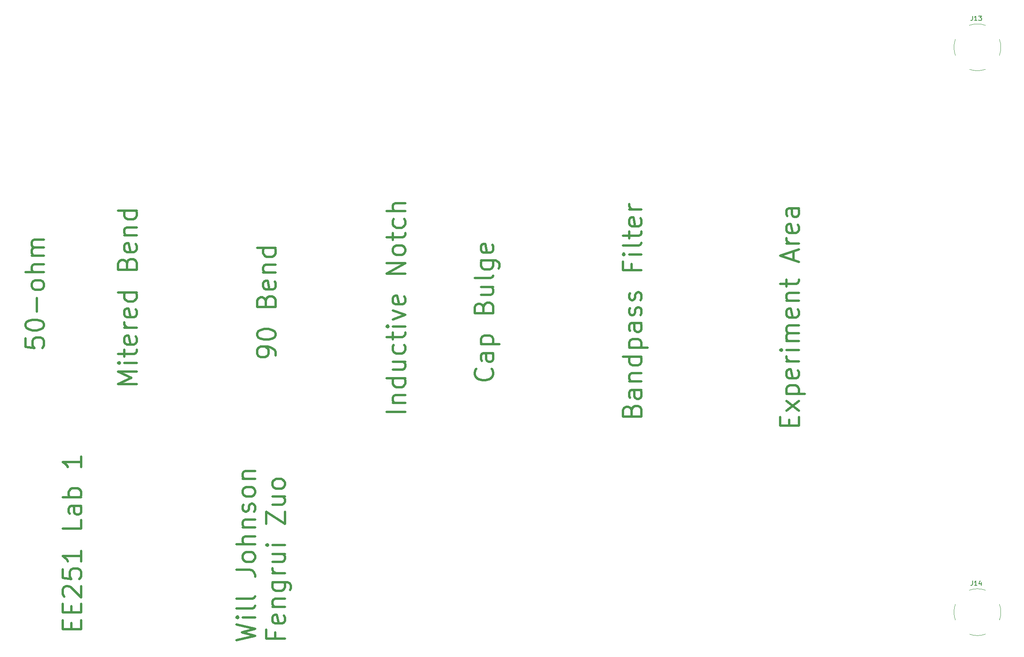
<source format=gbr>
%TF.GenerationSoftware,KiCad,Pcbnew,8.0.8*%
%TF.CreationDate,2025-01-25T18:26:07-08:00*%
%TF.ProjectId,labs_board,6c616273-5f62-46f6-9172-642e6b696361,rev?*%
%TF.SameCoordinates,Original*%
%TF.FileFunction,Legend,Top*%
%TF.FilePolarity,Positive*%
%FSLAX46Y46*%
G04 Gerber Fmt 4.6, Leading zero omitted, Abs format (unit mm)*
G04 Created by KiCad (PCBNEW 8.0.8) date 2025-01-25 18:26:07*
%MOMM*%
%LPD*%
G01*
G04 APERTURE LIST*
%ADD10C,0.500000*%
%ADD11C,0.150000*%
%ADD12C,0.120000*%
G04 APERTURE END LIST*
D10*
X80044700Y-157099624D02*
X84044700Y-156147243D01*
X84044700Y-156147243D02*
X81187557Y-155385338D01*
X81187557Y-155385338D02*
X84044700Y-154623433D01*
X84044700Y-154623433D02*
X80044700Y-153671053D01*
X84044700Y-152147243D02*
X81378033Y-152147243D01*
X80044700Y-152147243D02*
X80235176Y-152337719D01*
X80235176Y-152337719D02*
X80425652Y-152147243D01*
X80425652Y-152147243D02*
X80235176Y-151956766D01*
X80235176Y-151956766D02*
X80044700Y-152147243D01*
X80044700Y-152147243D02*
X80425652Y-152147243D01*
X84044700Y-149671052D02*
X83854224Y-150052004D01*
X83854224Y-150052004D02*
X83473271Y-150242481D01*
X83473271Y-150242481D02*
X80044700Y-150242481D01*
X84044700Y-147575814D02*
X83854224Y-147956766D01*
X83854224Y-147956766D02*
X83473271Y-148147243D01*
X83473271Y-148147243D02*
X80044700Y-148147243D01*
X80044700Y-141861528D02*
X82901843Y-141861528D01*
X82901843Y-141861528D02*
X83473271Y-142052005D01*
X83473271Y-142052005D02*
X83854224Y-142432957D01*
X83854224Y-142432957D02*
X84044700Y-143004386D01*
X84044700Y-143004386D02*
X84044700Y-143385338D01*
X84044700Y-139385338D02*
X83854224Y-139766290D01*
X83854224Y-139766290D02*
X83663747Y-139956767D01*
X83663747Y-139956767D02*
X83282795Y-140147243D01*
X83282795Y-140147243D02*
X82139938Y-140147243D01*
X82139938Y-140147243D02*
X81758985Y-139956767D01*
X81758985Y-139956767D02*
X81568509Y-139766290D01*
X81568509Y-139766290D02*
X81378033Y-139385338D01*
X81378033Y-139385338D02*
X81378033Y-138813909D01*
X81378033Y-138813909D02*
X81568509Y-138432957D01*
X81568509Y-138432957D02*
X81758985Y-138242481D01*
X81758985Y-138242481D02*
X82139938Y-138052005D01*
X82139938Y-138052005D02*
X83282795Y-138052005D01*
X83282795Y-138052005D02*
X83663747Y-138242481D01*
X83663747Y-138242481D02*
X83854224Y-138432957D01*
X83854224Y-138432957D02*
X84044700Y-138813909D01*
X84044700Y-138813909D02*
X84044700Y-139385338D01*
X84044700Y-136337719D02*
X80044700Y-136337719D01*
X84044700Y-134623433D02*
X81949462Y-134623433D01*
X81949462Y-134623433D02*
X81568509Y-134813909D01*
X81568509Y-134813909D02*
X81378033Y-135194861D01*
X81378033Y-135194861D02*
X81378033Y-135766290D01*
X81378033Y-135766290D02*
X81568509Y-136147242D01*
X81568509Y-136147242D02*
X81758985Y-136337719D01*
X81378033Y-132718671D02*
X84044700Y-132718671D01*
X81758985Y-132718671D02*
X81568509Y-132528194D01*
X81568509Y-132528194D02*
X81378033Y-132147242D01*
X81378033Y-132147242D02*
X81378033Y-131575813D01*
X81378033Y-131575813D02*
X81568509Y-131194861D01*
X81568509Y-131194861D02*
X81949462Y-131004385D01*
X81949462Y-131004385D02*
X84044700Y-131004385D01*
X83854224Y-129290099D02*
X84044700Y-128909146D01*
X84044700Y-128909146D02*
X84044700Y-128147242D01*
X84044700Y-128147242D02*
X83854224Y-127766289D01*
X83854224Y-127766289D02*
X83473271Y-127575813D01*
X83473271Y-127575813D02*
X83282795Y-127575813D01*
X83282795Y-127575813D02*
X82901843Y-127766289D01*
X82901843Y-127766289D02*
X82711366Y-128147242D01*
X82711366Y-128147242D02*
X82711366Y-128718670D01*
X82711366Y-128718670D02*
X82520890Y-129099623D01*
X82520890Y-129099623D02*
X82139938Y-129290099D01*
X82139938Y-129290099D02*
X81949462Y-129290099D01*
X81949462Y-129290099D02*
X81568509Y-129099623D01*
X81568509Y-129099623D02*
X81378033Y-128718670D01*
X81378033Y-128718670D02*
X81378033Y-128147242D01*
X81378033Y-128147242D02*
X81568509Y-127766289D01*
X84044700Y-125290099D02*
X83854224Y-125671051D01*
X83854224Y-125671051D02*
X83663747Y-125861528D01*
X83663747Y-125861528D02*
X83282795Y-126052004D01*
X83282795Y-126052004D02*
X82139938Y-126052004D01*
X82139938Y-126052004D02*
X81758985Y-125861528D01*
X81758985Y-125861528D02*
X81568509Y-125671051D01*
X81568509Y-125671051D02*
X81378033Y-125290099D01*
X81378033Y-125290099D02*
X81378033Y-124718670D01*
X81378033Y-124718670D02*
X81568509Y-124337718D01*
X81568509Y-124337718D02*
X81758985Y-124147242D01*
X81758985Y-124147242D02*
X82139938Y-123956766D01*
X82139938Y-123956766D02*
X83282795Y-123956766D01*
X83282795Y-123956766D02*
X83663747Y-124147242D01*
X83663747Y-124147242D02*
X83854224Y-124337718D01*
X83854224Y-124337718D02*
X84044700Y-124718670D01*
X84044700Y-124718670D02*
X84044700Y-125290099D01*
X81378033Y-122242480D02*
X84044700Y-122242480D01*
X81758985Y-122242480D02*
X81568509Y-122052003D01*
X81568509Y-122052003D02*
X81378033Y-121671051D01*
X81378033Y-121671051D02*
X81378033Y-121099622D01*
X81378033Y-121099622D02*
X81568509Y-120718670D01*
X81568509Y-120718670D02*
X81949462Y-120528194D01*
X81949462Y-120528194D02*
X84044700Y-120528194D01*
X88389238Y-155385338D02*
X88389238Y-156718672D01*
X90484476Y-156718672D02*
X86484476Y-156718672D01*
X86484476Y-156718672D02*
X86484476Y-154813910D01*
X90294000Y-151766291D02*
X90484476Y-152147243D01*
X90484476Y-152147243D02*
X90484476Y-152909148D01*
X90484476Y-152909148D02*
X90294000Y-153290101D01*
X90294000Y-153290101D02*
X89913047Y-153480577D01*
X89913047Y-153480577D02*
X88389238Y-153480577D01*
X88389238Y-153480577D02*
X88008285Y-153290101D01*
X88008285Y-153290101D02*
X87817809Y-152909148D01*
X87817809Y-152909148D02*
X87817809Y-152147243D01*
X87817809Y-152147243D02*
X88008285Y-151766291D01*
X88008285Y-151766291D02*
X88389238Y-151575815D01*
X88389238Y-151575815D02*
X88770190Y-151575815D01*
X88770190Y-151575815D02*
X89151142Y-153480577D01*
X87817809Y-149861530D02*
X90484476Y-149861530D01*
X88198761Y-149861530D02*
X88008285Y-149671053D01*
X88008285Y-149671053D02*
X87817809Y-149290101D01*
X87817809Y-149290101D02*
X87817809Y-148718672D01*
X87817809Y-148718672D02*
X88008285Y-148337720D01*
X88008285Y-148337720D02*
X88389238Y-148147244D01*
X88389238Y-148147244D02*
X90484476Y-148147244D01*
X87817809Y-144528196D02*
X91055904Y-144528196D01*
X91055904Y-144528196D02*
X91436857Y-144718672D01*
X91436857Y-144718672D02*
X91627333Y-144909148D01*
X91627333Y-144909148D02*
X91817809Y-145290101D01*
X91817809Y-145290101D02*
X91817809Y-145861529D01*
X91817809Y-145861529D02*
X91627333Y-146242482D01*
X90294000Y-144528196D02*
X90484476Y-144909148D01*
X90484476Y-144909148D02*
X90484476Y-145671053D01*
X90484476Y-145671053D02*
X90294000Y-146052005D01*
X90294000Y-146052005D02*
X90103523Y-146242482D01*
X90103523Y-146242482D02*
X89722571Y-146432958D01*
X89722571Y-146432958D02*
X88579714Y-146432958D01*
X88579714Y-146432958D02*
X88198761Y-146242482D01*
X88198761Y-146242482D02*
X88008285Y-146052005D01*
X88008285Y-146052005D02*
X87817809Y-145671053D01*
X87817809Y-145671053D02*
X87817809Y-144909148D01*
X87817809Y-144909148D02*
X88008285Y-144528196D01*
X90484476Y-142623434D02*
X87817809Y-142623434D01*
X88579714Y-142623434D02*
X88198761Y-142432957D01*
X88198761Y-142432957D02*
X88008285Y-142242481D01*
X88008285Y-142242481D02*
X87817809Y-141861529D01*
X87817809Y-141861529D02*
X87817809Y-141480576D01*
X87817809Y-138432958D02*
X90484476Y-138432958D01*
X87817809Y-140147244D02*
X89913047Y-140147244D01*
X89913047Y-140147244D02*
X90294000Y-139956767D01*
X90294000Y-139956767D02*
X90484476Y-139575815D01*
X90484476Y-139575815D02*
X90484476Y-139004386D01*
X90484476Y-139004386D02*
X90294000Y-138623434D01*
X90294000Y-138623434D02*
X90103523Y-138432958D01*
X90484476Y-136528196D02*
X87817809Y-136528196D01*
X86484476Y-136528196D02*
X86674952Y-136718672D01*
X86674952Y-136718672D02*
X86865428Y-136528196D01*
X86865428Y-136528196D02*
X86674952Y-136337719D01*
X86674952Y-136337719D02*
X86484476Y-136528196D01*
X86484476Y-136528196D02*
X86865428Y-136528196D01*
X86484476Y-131956767D02*
X86484476Y-129290100D01*
X86484476Y-129290100D02*
X90484476Y-131956767D01*
X90484476Y-131956767D02*
X90484476Y-129290100D01*
X87817809Y-126052005D02*
X90484476Y-126052005D01*
X87817809Y-127766291D02*
X89913047Y-127766291D01*
X89913047Y-127766291D02*
X90294000Y-127575814D01*
X90294000Y-127575814D02*
X90484476Y-127194862D01*
X90484476Y-127194862D02*
X90484476Y-126623433D01*
X90484476Y-126623433D02*
X90294000Y-126242481D01*
X90294000Y-126242481D02*
X90103523Y-126052005D01*
X90484476Y-123575814D02*
X90294000Y-123956766D01*
X90294000Y-123956766D02*
X90103523Y-124147243D01*
X90103523Y-124147243D02*
X89722571Y-124337719D01*
X89722571Y-124337719D02*
X88579714Y-124337719D01*
X88579714Y-124337719D02*
X88198761Y-124147243D01*
X88198761Y-124147243D02*
X88008285Y-123956766D01*
X88008285Y-123956766D02*
X87817809Y-123575814D01*
X87817809Y-123575814D02*
X87817809Y-123004385D01*
X87817809Y-123004385D02*
X88008285Y-122623433D01*
X88008285Y-122623433D02*
X88198761Y-122432957D01*
X88198761Y-122432957D02*
X88579714Y-122242481D01*
X88579714Y-122242481D02*
X89722571Y-122242481D01*
X89722571Y-122242481D02*
X90103523Y-122432957D01*
X90103523Y-122432957D02*
X90294000Y-122623433D01*
X90294000Y-122623433D02*
X90484476Y-123004385D01*
X90484476Y-123004385D02*
X90484476Y-123575814D01*
X44389238Y-154718672D02*
X44389238Y-153385338D01*
X46484476Y-152813910D02*
X46484476Y-154718672D01*
X46484476Y-154718672D02*
X42484476Y-154718672D01*
X42484476Y-154718672D02*
X42484476Y-152813910D01*
X44389238Y-151099624D02*
X44389238Y-149766290D01*
X46484476Y-149194862D02*
X46484476Y-151099624D01*
X46484476Y-151099624D02*
X42484476Y-151099624D01*
X42484476Y-151099624D02*
X42484476Y-149194862D01*
X42865428Y-147671052D02*
X42674952Y-147480576D01*
X42674952Y-147480576D02*
X42484476Y-147099623D01*
X42484476Y-147099623D02*
X42484476Y-146147242D01*
X42484476Y-146147242D02*
X42674952Y-145766290D01*
X42674952Y-145766290D02*
X42865428Y-145575814D01*
X42865428Y-145575814D02*
X43246380Y-145385337D01*
X43246380Y-145385337D02*
X43627333Y-145385337D01*
X43627333Y-145385337D02*
X44198761Y-145575814D01*
X44198761Y-145575814D02*
X46484476Y-147861528D01*
X46484476Y-147861528D02*
X46484476Y-145385337D01*
X42484476Y-141766290D02*
X42484476Y-143671052D01*
X42484476Y-143671052D02*
X44389238Y-143861528D01*
X44389238Y-143861528D02*
X44198761Y-143671052D01*
X44198761Y-143671052D02*
X44008285Y-143290099D01*
X44008285Y-143290099D02*
X44008285Y-142337718D01*
X44008285Y-142337718D02*
X44198761Y-141956766D01*
X44198761Y-141956766D02*
X44389238Y-141766290D01*
X44389238Y-141766290D02*
X44770190Y-141575813D01*
X44770190Y-141575813D02*
X45722571Y-141575813D01*
X45722571Y-141575813D02*
X46103523Y-141766290D01*
X46103523Y-141766290D02*
X46294000Y-141956766D01*
X46294000Y-141956766D02*
X46484476Y-142337718D01*
X46484476Y-142337718D02*
X46484476Y-143290099D01*
X46484476Y-143290099D02*
X46294000Y-143671052D01*
X46294000Y-143671052D02*
X46103523Y-143861528D01*
X46484476Y-137766289D02*
X46484476Y-140052004D01*
X46484476Y-138909147D02*
X42484476Y-138909147D01*
X42484476Y-138909147D02*
X43055904Y-139290099D01*
X43055904Y-139290099D02*
X43436857Y-139671051D01*
X43436857Y-139671051D02*
X43627333Y-140052004D01*
X46484476Y-131099623D02*
X46484476Y-133004385D01*
X46484476Y-133004385D02*
X42484476Y-133004385D01*
X46484476Y-128052004D02*
X44389238Y-128052004D01*
X44389238Y-128052004D02*
X44008285Y-128242480D01*
X44008285Y-128242480D02*
X43817809Y-128623432D01*
X43817809Y-128623432D02*
X43817809Y-129385337D01*
X43817809Y-129385337D02*
X44008285Y-129766290D01*
X46294000Y-128052004D02*
X46484476Y-128432956D01*
X46484476Y-128432956D02*
X46484476Y-129385337D01*
X46484476Y-129385337D02*
X46294000Y-129766290D01*
X46294000Y-129766290D02*
X45913047Y-129956766D01*
X45913047Y-129956766D02*
X45532095Y-129956766D01*
X45532095Y-129956766D02*
X45151142Y-129766290D01*
X45151142Y-129766290D02*
X44960666Y-129385337D01*
X44960666Y-129385337D02*
X44960666Y-128432956D01*
X44960666Y-128432956D02*
X44770190Y-128052004D01*
X46484476Y-126147242D02*
X42484476Y-126147242D01*
X44008285Y-126147242D02*
X43817809Y-125766289D01*
X43817809Y-125766289D02*
X43817809Y-125004384D01*
X43817809Y-125004384D02*
X44008285Y-124623432D01*
X44008285Y-124623432D02*
X44198761Y-124432956D01*
X44198761Y-124432956D02*
X44579714Y-124242480D01*
X44579714Y-124242480D02*
X45722571Y-124242480D01*
X45722571Y-124242480D02*
X46103523Y-124432956D01*
X46103523Y-124432956D02*
X46294000Y-124623432D01*
X46294000Y-124623432D02*
X46484476Y-125004384D01*
X46484476Y-125004384D02*
X46484476Y-125766289D01*
X46484476Y-125766289D02*
X46294000Y-126147242D01*
X46484476Y-117385336D02*
X46484476Y-119671051D01*
X46484476Y-118528194D02*
X42484476Y-118528194D01*
X42484476Y-118528194D02*
X43055904Y-118909146D01*
X43055904Y-118909146D02*
X43436857Y-119290098D01*
X43436857Y-119290098D02*
X43627333Y-119671051D01*
X199389238Y-110718672D02*
X199389238Y-109385338D01*
X201484476Y-108813910D02*
X201484476Y-110718672D01*
X201484476Y-110718672D02*
X197484476Y-110718672D01*
X197484476Y-110718672D02*
X197484476Y-108813910D01*
X201484476Y-107480576D02*
X198817809Y-105385338D01*
X198817809Y-107480576D02*
X201484476Y-105385338D01*
X198817809Y-103861529D02*
X202817809Y-103861529D01*
X199008285Y-103861529D02*
X198817809Y-103480576D01*
X198817809Y-103480576D02*
X198817809Y-102718671D01*
X198817809Y-102718671D02*
X199008285Y-102337719D01*
X199008285Y-102337719D02*
X199198761Y-102147243D01*
X199198761Y-102147243D02*
X199579714Y-101956767D01*
X199579714Y-101956767D02*
X200722571Y-101956767D01*
X200722571Y-101956767D02*
X201103523Y-102147243D01*
X201103523Y-102147243D02*
X201294000Y-102337719D01*
X201294000Y-102337719D02*
X201484476Y-102718671D01*
X201484476Y-102718671D02*
X201484476Y-103480576D01*
X201484476Y-103480576D02*
X201294000Y-103861529D01*
X201294000Y-98718671D02*
X201484476Y-99099623D01*
X201484476Y-99099623D02*
X201484476Y-99861528D01*
X201484476Y-99861528D02*
X201294000Y-100242481D01*
X201294000Y-100242481D02*
X200913047Y-100432957D01*
X200913047Y-100432957D02*
X199389238Y-100432957D01*
X199389238Y-100432957D02*
X199008285Y-100242481D01*
X199008285Y-100242481D02*
X198817809Y-99861528D01*
X198817809Y-99861528D02*
X198817809Y-99099623D01*
X198817809Y-99099623D02*
X199008285Y-98718671D01*
X199008285Y-98718671D02*
X199389238Y-98528195D01*
X199389238Y-98528195D02*
X199770190Y-98528195D01*
X199770190Y-98528195D02*
X200151142Y-100432957D01*
X201484476Y-96813910D02*
X198817809Y-96813910D01*
X199579714Y-96813910D02*
X199198761Y-96623433D01*
X199198761Y-96623433D02*
X199008285Y-96432957D01*
X199008285Y-96432957D02*
X198817809Y-96052005D01*
X198817809Y-96052005D02*
X198817809Y-95671052D01*
X201484476Y-94337720D02*
X198817809Y-94337720D01*
X197484476Y-94337720D02*
X197674952Y-94528196D01*
X197674952Y-94528196D02*
X197865428Y-94337720D01*
X197865428Y-94337720D02*
X197674952Y-94147243D01*
X197674952Y-94147243D02*
X197484476Y-94337720D01*
X197484476Y-94337720D02*
X197865428Y-94337720D01*
X201484476Y-92432958D02*
X198817809Y-92432958D01*
X199198761Y-92432958D02*
X199008285Y-92242481D01*
X199008285Y-92242481D02*
X198817809Y-91861529D01*
X198817809Y-91861529D02*
X198817809Y-91290100D01*
X198817809Y-91290100D02*
X199008285Y-90909148D01*
X199008285Y-90909148D02*
X199389238Y-90718672D01*
X199389238Y-90718672D02*
X201484476Y-90718672D01*
X199389238Y-90718672D02*
X199008285Y-90528196D01*
X199008285Y-90528196D02*
X198817809Y-90147243D01*
X198817809Y-90147243D02*
X198817809Y-89575815D01*
X198817809Y-89575815D02*
X199008285Y-89194862D01*
X199008285Y-89194862D02*
X199389238Y-89004386D01*
X199389238Y-89004386D02*
X201484476Y-89004386D01*
X201294000Y-85575815D02*
X201484476Y-85956767D01*
X201484476Y-85956767D02*
X201484476Y-86718672D01*
X201484476Y-86718672D02*
X201294000Y-87099625D01*
X201294000Y-87099625D02*
X200913047Y-87290101D01*
X200913047Y-87290101D02*
X199389238Y-87290101D01*
X199389238Y-87290101D02*
X199008285Y-87099625D01*
X199008285Y-87099625D02*
X198817809Y-86718672D01*
X198817809Y-86718672D02*
X198817809Y-85956767D01*
X198817809Y-85956767D02*
X199008285Y-85575815D01*
X199008285Y-85575815D02*
X199389238Y-85385339D01*
X199389238Y-85385339D02*
X199770190Y-85385339D01*
X199770190Y-85385339D02*
X200151142Y-87290101D01*
X198817809Y-83671054D02*
X201484476Y-83671054D01*
X199198761Y-83671054D02*
X199008285Y-83480577D01*
X199008285Y-83480577D02*
X198817809Y-83099625D01*
X198817809Y-83099625D02*
X198817809Y-82528196D01*
X198817809Y-82528196D02*
X199008285Y-82147244D01*
X199008285Y-82147244D02*
X199389238Y-81956768D01*
X199389238Y-81956768D02*
X201484476Y-81956768D01*
X198817809Y-80623434D02*
X198817809Y-79099625D01*
X197484476Y-80052006D02*
X200913047Y-80052006D01*
X200913047Y-80052006D02*
X201294000Y-79861529D01*
X201294000Y-79861529D02*
X201484476Y-79480577D01*
X201484476Y-79480577D02*
X201484476Y-79099625D01*
X200341619Y-74909149D02*
X200341619Y-73004387D01*
X201484476Y-75290101D02*
X197484476Y-73956768D01*
X197484476Y-73956768D02*
X201484476Y-72623434D01*
X201484476Y-71290102D02*
X198817809Y-71290102D01*
X199579714Y-71290102D02*
X199198761Y-71099625D01*
X199198761Y-71099625D02*
X199008285Y-70909149D01*
X199008285Y-70909149D02*
X198817809Y-70528197D01*
X198817809Y-70528197D02*
X198817809Y-70147244D01*
X201294000Y-67290102D02*
X201484476Y-67671054D01*
X201484476Y-67671054D02*
X201484476Y-68432959D01*
X201484476Y-68432959D02*
X201294000Y-68813912D01*
X201294000Y-68813912D02*
X200913047Y-69004388D01*
X200913047Y-69004388D02*
X199389238Y-69004388D01*
X199389238Y-69004388D02*
X199008285Y-68813912D01*
X199008285Y-68813912D02*
X198817809Y-68432959D01*
X198817809Y-68432959D02*
X198817809Y-67671054D01*
X198817809Y-67671054D02*
X199008285Y-67290102D01*
X199008285Y-67290102D02*
X199389238Y-67099626D01*
X199389238Y-67099626D02*
X199770190Y-67099626D01*
X199770190Y-67099626D02*
X200151142Y-69004388D01*
X201484476Y-63671055D02*
X199389238Y-63671055D01*
X199389238Y-63671055D02*
X199008285Y-63861531D01*
X199008285Y-63861531D02*
X198817809Y-64242483D01*
X198817809Y-64242483D02*
X198817809Y-65004388D01*
X198817809Y-65004388D02*
X199008285Y-65385341D01*
X201294000Y-63671055D02*
X201484476Y-64052007D01*
X201484476Y-64052007D02*
X201484476Y-65004388D01*
X201484476Y-65004388D02*
X201294000Y-65385341D01*
X201294000Y-65385341D02*
X200913047Y-65575817D01*
X200913047Y-65575817D02*
X200532095Y-65575817D01*
X200532095Y-65575817D02*
X200151142Y-65385341D01*
X200151142Y-65385341D02*
X199960666Y-65004388D01*
X199960666Y-65004388D02*
X199960666Y-64052007D01*
X199960666Y-64052007D02*
X199770190Y-63671055D01*
X165389238Y-107385338D02*
X165579714Y-106813910D01*
X165579714Y-106813910D02*
X165770190Y-106623433D01*
X165770190Y-106623433D02*
X166151142Y-106432957D01*
X166151142Y-106432957D02*
X166722571Y-106432957D01*
X166722571Y-106432957D02*
X167103523Y-106623433D01*
X167103523Y-106623433D02*
X167294000Y-106813910D01*
X167294000Y-106813910D02*
X167484476Y-107194862D01*
X167484476Y-107194862D02*
X167484476Y-108718672D01*
X167484476Y-108718672D02*
X163484476Y-108718672D01*
X163484476Y-108718672D02*
X163484476Y-107385338D01*
X163484476Y-107385338D02*
X163674952Y-107004386D01*
X163674952Y-107004386D02*
X163865428Y-106813910D01*
X163865428Y-106813910D02*
X164246380Y-106623433D01*
X164246380Y-106623433D02*
X164627333Y-106623433D01*
X164627333Y-106623433D02*
X165008285Y-106813910D01*
X165008285Y-106813910D02*
X165198761Y-107004386D01*
X165198761Y-107004386D02*
X165389238Y-107385338D01*
X165389238Y-107385338D02*
X165389238Y-108718672D01*
X167484476Y-103004386D02*
X165389238Y-103004386D01*
X165389238Y-103004386D02*
X165008285Y-103194862D01*
X165008285Y-103194862D02*
X164817809Y-103575814D01*
X164817809Y-103575814D02*
X164817809Y-104337719D01*
X164817809Y-104337719D02*
X165008285Y-104718672D01*
X167294000Y-103004386D02*
X167484476Y-103385338D01*
X167484476Y-103385338D02*
X167484476Y-104337719D01*
X167484476Y-104337719D02*
X167294000Y-104718672D01*
X167294000Y-104718672D02*
X166913047Y-104909148D01*
X166913047Y-104909148D02*
X166532095Y-104909148D01*
X166532095Y-104909148D02*
X166151142Y-104718672D01*
X166151142Y-104718672D02*
X165960666Y-104337719D01*
X165960666Y-104337719D02*
X165960666Y-103385338D01*
X165960666Y-103385338D02*
X165770190Y-103004386D01*
X164817809Y-101099624D02*
X167484476Y-101099624D01*
X165198761Y-101099624D02*
X165008285Y-100909147D01*
X165008285Y-100909147D02*
X164817809Y-100528195D01*
X164817809Y-100528195D02*
X164817809Y-99956766D01*
X164817809Y-99956766D02*
X165008285Y-99575814D01*
X165008285Y-99575814D02*
X165389238Y-99385338D01*
X165389238Y-99385338D02*
X167484476Y-99385338D01*
X167484476Y-95766290D02*
X163484476Y-95766290D01*
X167294000Y-95766290D02*
X167484476Y-96147242D01*
X167484476Y-96147242D02*
X167484476Y-96909147D01*
X167484476Y-96909147D02*
X167294000Y-97290099D01*
X167294000Y-97290099D02*
X167103523Y-97480576D01*
X167103523Y-97480576D02*
X166722571Y-97671052D01*
X166722571Y-97671052D02*
X165579714Y-97671052D01*
X165579714Y-97671052D02*
X165198761Y-97480576D01*
X165198761Y-97480576D02*
X165008285Y-97290099D01*
X165008285Y-97290099D02*
X164817809Y-96909147D01*
X164817809Y-96909147D02*
X164817809Y-96147242D01*
X164817809Y-96147242D02*
X165008285Y-95766290D01*
X164817809Y-93861528D02*
X168817809Y-93861528D01*
X165008285Y-93861528D02*
X164817809Y-93480575D01*
X164817809Y-93480575D02*
X164817809Y-92718670D01*
X164817809Y-92718670D02*
X165008285Y-92337718D01*
X165008285Y-92337718D02*
X165198761Y-92147242D01*
X165198761Y-92147242D02*
X165579714Y-91956766D01*
X165579714Y-91956766D02*
X166722571Y-91956766D01*
X166722571Y-91956766D02*
X167103523Y-92147242D01*
X167103523Y-92147242D02*
X167294000Y-92337718D01*
X167294000Y-92337718D02*
X167484476Y-92718670D01*
X167484476Y-92718670D02*
X167484476Y-93480575D01*
X167484476Y-93480575D02*
X167294000Y-93861528D01*
X167484476Y-88528194D02*
X165389238Y-88528194D01*
X165389238Y-88528194D02*
X165008285Y-88718670D01*
X165008285Y-88718670D02*
X164817809Y-89099622D01*
X164817809Y-89099622D02*
X164817809Y-89861527D01*
X164817809Y-89861527D02*
X165008285Y-90242480D01*
X167294000Y-88528194D02*
X167484476Y-88909146D01*
X167484476Y-88909146D02*
X167484476Y-89861527D01*
X167484476Y-89861527D02*
X167294000Y-90242480D01*
X167294000Y-90242480D02*
X166913047Y-90432956D01*
X166913047Y-90432956D02*
X166532095Y-90432956D01*
X166532095Y-90432956D02*
X166151142Y-90242480D01*
X166151142Y-90242480D02*
X165960666Y-89861527D01*
X165960666Y-89861527D02*
X165960666Y-88909146D01*
X165960666Y-88909146D02*
X165770190Y-88528194D01*
X167294000Y-86813908D02*
X167484476Y-86432955D01*
X167484476Y-86432955D02*
X167484476Y-85671051D01*
X167484476Y-85671051D02*
X167294000Y-85290098D01*
X167294000Y-85290098D02*
X166913047Y-85099622D01*
X166913047Y-85099622D02*
X166722571Y-85099622D01*
X166722571Y-85099622D02*
X166341619Y-85290098D01*
X166341619Y-85290098D02*
X166151142Y-85671051D01*
X166151142Y-85671051D02*
X166151142Y-86242479D01*
X166151142Y-86242479D02*
X165960666Y-86623432D01*
X165960666Y-86623432D02*
X165579714Y-86813908D01*
X165579714Y-86813908D02*
X165389238Y-86813908D01*
X165389238Y-86813908D02*
X165008285Y-86623432D01*
X165008285Y-86623432D02*
X164817809Y-86242479D01*
X164817809Y-86242479D02*
X164817809Y-85671051D01*
X164817809Y-85671051D02*
X165008285Y-85290098D01*
X167294000Y-83575813D02*
X167484476Y-83194860D01*
X167484476Y-83194860D02*
X167484476Y-82432956D01*
X167484476Y-82432956D02*
X167294000Y-82052003D01*
X167294000Y-82052003D02*
X166913047Y-81861527D01*
X166913047Y-81861527D02*
X166722571Y-81861527D01*
X166722571Y-81861527D02*
X166341619Y-82052003D01*
X166341619Y-82052003D02*
X166151142Y-82432956D01*
X166151142Y-82432956D02*
X166151142Y-83004384D01*
X166151142Y-83004384D02*
X165960666Y-83385337D01*
X165960666Y-83385337D02*
X165579714Y-83575813D01*
X165579714Y-83575813D02*
X165389238Y-83575813D01*
X165389238Y-83575813D02*
X165008285Y-83385337D01*
X165008285Y-83385337D02*
X164817809Y-83004384D01*
X164817809Y-83004384D02*
X164817809Y-82432956D01*
X164817809Y-82432956D02*
X165008285Y-82052003D01*
X165389238Y-75766289D02*
X165389238Y-77099623D01*
X167484476Y-77099623D02*
X163484476Y-77099623D01*
X163484476Y-77099623D02*
X163484476Y-75194861D01*
X167484476Y-73671052D02*
X164817809Y-73671052D01*
X163484476Y-73671052D02*
X163674952Y-73861528D01*
X163674952Y-73861528D02*
X163865428Y-73671052D01*
X163865428Y-73671052D02*
X163674952Y-73480575D01*
X163674952Y-73480575D02*
X163484476Y-73671052D01*
X163484476Y-73671052D02*
X163865428Y-73671052D01*
X167484476Y-71194861D02*
X167294000Y-71575813D01*
X167294000Y-71575813D02*
X166913047Y-71766290D01*
X166913047Y-71766290D02*
X163484476Y-71766290D01*
X164817809Y-70242480D02*
X164817809Y-68718671D01*
X163484476Y-69671052D02*
X166913047Y-69671052D01*
X166913047Y-69671052D02*
X167294000Y-69480575D01*
X167294000Y-69480575D02*
X167484476Y-69099623D01*
X167484476Y-69099623D02*
X167484476Y-68718671D01*
X167294000Y-65861528D02*
X167484476Y-66242480D01*
X167484476Y-66242480D02*
X167484476Y-67004385D01*
X167484476Y-67004385D02*
X167294000Y-67385338D01*
X167294000Y-67385338D02*
X166913047Y-67575814D01*
X166913047Y-67575814D02*
X165389238Y-67575814D01*
X165389238Y-67575814D02*
X165008285Y-67385338D01*
X165008285Y-67385338D02*
X164817809Y-67004385D01*
X164817809Y-67004385D02*
X164817809Y-66242480D01*
X164817809Y-66242480D02*
X165008285Y-65861528D01*
X165008285Y-65861528D02*
X165389238Y-65671052D01*
X165389238Y-65671052D02*
X165770190Y-65671052D01*
X165770190Y-65671052D02*
X166151142Y-67575814D01*
X167484476Y-63956767D02*
X164817809Y-63956767D01*
X165579714Y-63956767D02*
X165198761Y-63766290D01*
X165198761Y-63766290D02*
X165008285Y-63575814D01*
X165008285Y-63575814D02*
X164817809Y-63194862D01*
X164817809Y-63194862D02*
X164817809Y-62813909D01*
X135103523Y-98432957D02*
X135294000Y-98623433D01*
X135294000Y-98623433D02*
X135484476Y-99194862D01*
X135484476Y-99194862D02*
X135484476Y-99575814D01*
X135484476Y-99575814D02*
X135294000Y-100147243D01*
X135294000Y-100147243D02*
X134913047Y-100528195D01*
X134913047Y-100528195D02*
X134532095Y-100718672D01*
X134532095Y-100718672D02*
X133770190Y-100909148D01*
X133770190Y-100909148D02*
X133198761Y-100909148D01*
X133198761Y-100909148D02*
X132436857Y-100718672D01*
X132436857Y-100718672D02*
X132055904Y-100528195D01*
X132055904Y-100528195D02*
X131674952Y-100147243D01*
X131674952Y-100147243D02*
X131484476Y-99575814D01*
X131484476Y-99575814D02*
X131484476Y-99194862D01*
X131484476Y-99194862D02*
X131674952Y-98623433D01*
X131674952Y-98623433D02*
X131865428Y-98432957D01*
X135484476Y-95004386D02*
X133389238Y-95004386D01*
X133389238Y-95004386D02*
X133008285Y-95194862D01*
X133008285Y-95194862D02*
X132817809Y-95575814D01*
X132817809Y-95575814D02*
X132817809Y-96337719D01*
X132817809Y-96337719D02*
X133008285Y-96718672D01*
X135294000Y-95004386D02*
X135484476Y-95385338D01*
X135484476Y-95385338D02*
X135484476Y-96337719D01*
X135484476Y-96337719D02*
X135294000Y-96718672D01*
X135294000Y-96718672D02*
X134913047Y-96909148D01*
X134913047Y-96909148D02*
X134532095Y-96909148D01*
X134532095Y-96909148D02*
X134151142Y-96718672D01*
X134151142Y-96718672D02*
X133960666Y-96337719D01*
X133960666Y-96337719D02*
X133960666Y-95385338D01*
X133960666Y-95385338D02*
X133770190Y-95004386D01*
X132817809Y-93099624D02*
X136817809Y-93099624D01*
X133008285Y-93099624D02*
X132817809Y-92718671D01*
X132817809Y-92718671D02*
X132817809Y-91956766D01*
X132817809Y-91956766D02*
X133008285Y-91575814D01*
X133008285Y-91575814D02*
X133198761Y-91385338D01*
X133198761Y-91385338D02*
X133579714Y-91194862D01*
X133579714Y-91194862D02*
X134722571Y-91194862D01*
X134722571Y-91194862D02*
X135103523Y-91385338D01*
X135103523Y-91385338D02*
X135294000Y-91575814D01*
X135294000Y-91575814D02*
X135484476Y-91956766D01*
X135484476Y-91956766D02*
X135484476Y-92718671D01*
X135484476Y-92718671D02*
X135294000Y-93099624D01*
X133389238Y-85099623D02*
X133579714Y-84528195D01*
X133579714Y-84528195D02*
X133770190Y-84337718D01*
X133770190Y-84337718D02*
X134151142Y-84147242D01*
X134151142Y-84147242D02*
X134722571Y-84147242D01*
X134722571Y-84147242D02*
X135103523Y-84337718D01*
X135103523Y-84337718D02*
X135294000Y-84528195D01*
X135294000Y-84528195D02*
X135484476Y-84909147D01*
X135484476Y-84909147D02*
X135484476Y-86432957D01*
X135484476Y-86432957D02*
X131484476Y-86432957D01*
X131484476Y-86432957D02*
X131484476Y-85099623D01*
X131484476Y-85099623D02*
X131674952Y-84718671D01*
X131674952Y-84718671D02*
X131865428Y-84528195D01*
X131865428Y-84528195D02*
X132246380Y-84337718D01*
X132246380Y-84337718D02*
X132627333Y-84337718D01*
X132627333Y-84337718D02*
X133008285Y-84528195D01*
X133008285Y-84528195D02*
X133198761Y-84718671D01*
X133198761Y-84718671D02*
X133389238Y-85099623D01*
X133389238Y-85099623D02*
X133389238Y-86432957D01*
X132817809Y-80718671D02*
X135484476Y-80718671D01*
X132817809Y-82432957D02*
X134913047Y-82432957D01*
X134913047Y-82432957D02*
X135294000Y-82242480D01*
X135294000Y-82242480D02*
X135484476Y-81861528D01*
X135484476Y-81861528D02*
X135484476Y-81290099D01*
X135484476Y-81290099D02*
X135294000Y-80909147D01*
X135294000Y-80909147D02*
X135103523Y-80718671D01*
X135484476Y-78242480D02*
X135294000Y-78623432D01*
X135294000Y-78623432D02*
X134913047Y-78813909D01*
X134913047Y-78813909D02*
X131484476Y-78813909D01*
X132817809Y-75004385D02*
X136055904Y-75004385D01*
X136055904Y-75004385D02*
X136436857Y-75194861D01*
X136436857Y-75194861D02*
X136627333Y-75385337D01*
X136627333Y-75385337D02*
X136817809Y-75766290D01*
X136817809Y-75766290D02*
X136817809Y-76337718D01*
X136817809Y-76337718D02*
X136627333Y-76718671D01*
X135294000Y-75004385D02*
X135484476Y-75385337D01*
X135484476Y-75385337D02*
X135484476Y-76147242D01*
X135484476Y-76147242D02*
X135294000Y-76528194D01*
X135294000Y-76528194D02*
X135103523Y-76718671D01*
X135103523Y-76718671D02*
X134722571Y-76909147D01*
X134722571Y-76909147D02*
X133579714Y-76909147D01*
X133579714Y-76909147D02*
X133198761Y-76718671D01*
X133198761Y-76718671D02*
X133008285Y-76528194D01*
X133008285Y-76528194D02*
X132817809Y-76147242D01*
X132817809Y-76147242D02*
X132817809Y-75385337D01*
X132817809Y-75385337D02*
X133008285Y-75004385D01*
X135294000Y-71575813D02*
X135484476Y-71956765D01*
X135484476Y-71956765D02*
X135484476Y-72718670D01*
X135484476Y-72718670D02*
X135294000Y-73099623D01*
X135294000Y-73099623D02*
X134913047Y-73290099D01*
X134913047Y-73290099D02*
X133389238Y-73290099D01*
X133389238Y-73290099D02*
X133008285Y-73099623D01*
X133008285Y-73099623D02*
X132817809Y-72718670D01*
X132817809Y-72718670D02*
X132817809Y-71956765D01*
X132817809Y-71956765D02*
X133008285Y-71575813D01*
X133008285Y-71575813D02*
X133389238Y-71385337D01*
X133389238Y-71385337D02*
X133770190Y-71385337D01*
X133770190Y-71385337D02*
X134151142Y-73290099D01*
X116484476Y-107718672D02*
X112484476Y-107718672D01*
X113817809Y-105813910D02*
X116484476Y-105813910D01*
X114198761Y-105813910D02*
X114008285Y-105623433D01*
X114008285Y-105623433D02*
X113817809Y-105242481D01*
X113817809Y-105242481D02*
X113817809Y-104671052D01*
X113817809Y-104671052D02*
X114008285Y-104290100D01*
X114008285Y-104290100D02*
X114389238Y-104099624D01*
X114389238Y-104099624D02*
X116484476Y-104099624D01*
X116484476Y-100480576D02*
X112484476Y-100480576D01*
X116294000Y-100480576D02*
X116484476Y-100861528D01*
X116484476Y-100861528D02*
X116484476Y-101623433D01*
X116484476Y-101623433D02*
X116294000Y-102004385D01*
X116294000Y-102004385D02*
X116103523Y-102194862D01*
X116103523Y-102194862D02*
X115722571Y-102385338D01*
X115722571Y-102385338D02*
X114579714Y-102385338D01*
X114579714Y-102385338D02*
X114198761Y-102194862D01*
X114198761Y-102194862D02*
X114008285Y-102004385D01*
X114008285Y-102004385D02*
X113817809Y-101623433D01*
X113817809Y-101623433D02*
X113817809Y-100861528D01*
X113817809Y-100861528D02*
X114008285Y-100480576D01*
X113817809Y-96861528D02*
X116484476Y-96861528D01*
X113817809Y-98575814D02*
X115913047Y-98575814D01*
X115913047Y-98575814D02*
X116294000Y-98385337D01*
X116294000Y-98385337D02*
X116484476Y-98004385D01*
X116484476Y-98004385D02*
X116484476Y-97432956D01*
X116484476Y-97432956D02*
X116294000Y-97052004D01*
X116294000Y-97052004D02*
X116103523Y-96861528D01*
X116294000Y-93242480D02*
X116484476Y-93623432D01*
X116484476Y-93623432D02*
X116484476Y-94385337D01*
X116484476Y-94385337D02*
X116294000Y-94766289D01*
X116294000Y-94766289D02*
X116103523Y-94956766D01*
X116103523Y-94956766D02*
X115722571Y-95147242D01*
X115722571Y-95147242D02*
X114579714Y-95147242D01*
X114579714Y-95147242D02*
X114198761Y-94956766D01*
X114198761Y-94956766D02*
X114008285Y-94766289D01*
X114008285Y-94766289D02*
X113817809Y-94385337D01*
X113817809Y-94385337D02*
X113817809Y-93623432D01*
X113817809Y-93623432D02*
X114008285Y-93242480D01*
X113817809Y-92099623D02*
X113817809Y-90575814D01*
X112484476Y-91528195D02*
X115913047Y-91528195D01*
X115913047Y-91528195D02*
X116294000Y-91337718D01*
X116294000Y-91337718D02*
X116484476Y-90956766D01*
X116484476Y-90956766D02*
X116484476Y-90575814D01*
X116484476Y-89242481D02*
X113817809Y-89242481D01*
X112484476Y-89242481D02*
X112674952Y-89432957D01*
X112674952Y-89432957D02*
X112865428Y-89242481D01*
X112865428Y-89242481D02*
X112674952Y-89052004D01*
X112674952Y-89052004D02*
X112484476Y-89242481D01*
X112484476Y-89242481D02*
X112865428Y-89242481D01*
X113817809Y-87718671D02*
X116484476Y-86766290D01*
X116484476Y-86766290D02*
X113817809Y-85813909D01*
X116294000Y-82766290D02*
X116484476Y-83147242D01*
X116484476Y-83147242D02*
X116484476Y-83909147D01*
X116484476Y-83909147D02*
X116294000Y-84290100D01*
X116294000Y-84290100D02*
X115913047Y-84480576D01*
X115913047Y-84480576D02*
X114389238Y-84480576D01*
X114389238Y-84480576D02*
X114008285Y-84290100D01*
X114008285Y-84290100D02*
X113817809Y-83909147D01*
X113817809Y-83909147D02*
X113817809Y-83147242D01*
X113817809Y-83147242D02*
X114008285Y-82766290D01*
X114008285Y-82766290D02*
X114389238Y-82575814D01*
X114389238Y-82575814D02*
X114770190Y-82575814D01*
X114770190Y-82575814D02*
X115151142Y-84480576D01*
X116484476Y-77813910D02*
X112484476Y-77813910D01*
X112484476Y-77813910D02*
X116484476Y-75528195D01*
X116484476Y-75528195D02*
X112484476Y-75528195D01*
X116484476Y-73052005D02*
X116294000Y-73432957D01*
X116294000Y-73432957D02*
X116103523Y-73623434D01*
X116103523Y-73623434D02*
X115722571Y-73813910D01*
X115722571Y-73813910D02*
X114579714Y-73813910D01*
X114579714Y-73813910D02*
X114198761Y-73623434D01*
X114198761Y-73623434D02*
X114008285Y-73432957D01*
X114008285Y-73432957D02*
X113817809Y-73052005D01*
X113817809Y-73052005D02*
X113817809Y-72480576D01*
X113817809Y-72480576D02*
X114008285Y-72099624D01*
X114008285Y-72099624D02*
X114198761Y-71909148D01*
X114198761Y-71909148D02*
X114579714Y-71718672D01*
X114579714Y-71718672D02*
X115722571Y-71718672D01*
X115722571Y-71718672D02*
X116103523Y-71909148D01*
X116103523Y-71909148D02*
X116294000Y-72099624D01*
X116294000Y-72099624D02*
X116484476Y-72480576D01*
X116484476Y-72480576D02*
X116484476Y-73052005D01*
X113817809Y-70575814D02*
X113817809Y-69052005D01*
X112484476Y-70004386D02*
X115913047Y-70004386D01*
X115913047Y-70004386D02*
X116294000Y-69813909D01*
X116294000Y-69813909D02*
X116484476Y-69432957D01*
X116484476Y-69432957D02*
X116484476Y-69052005D01*
X116294000Y-66004386D02*
X116484476Y-66385338D01*
X116484476Y-66385338D02*
X116484476Y-67147243D01*
X116484476Y-67147243D02*
X116294000Y-67528195D01*
X116294000Y-67528195D02*
X116103523Y-67718672D01*
X116103523Y-67718672D02*
X115722571Y-67909148D01*
X115722571Y-67909148D02*
X114579714Y-67909148D01*
X114579714Y-67909148D02*
X114198761Y-67718672D01*
X114198761Y-67718672D02*
X114008285Y-67528195D01*
X114008285Y-67528195D02*
X113817809Y-67147243D01*
X113817809Y-67147243D02*
X113817809Y-66385338D01*
X113817809Y-66385338D02*
X114008285Y-66004386D01*
X116484476Y-64290101D02*
X112484476Y-64290101D01*
X116484476Y-62575815D02*
X114389238Y-62575815D01*
X114389238Y-62575815D02*
X114008285Y-62766291D01*
X114008285Y-62766291D02*
X113817809Y-63147243D01*
X113817809Y-63147243D02*
X113817809Y-63718672D01*
X113817809Y-63718672D02*
X114008285Y-64099624D01*
X114008285Y-64099624D02*
X114198761Y-64290101D01*
X88484476Y-95528195D02*
X88484476Y-94766291D01*
X88484476Y-94766291D02*
X88294000Y-94385338D01*
X88294000Y-94385338D02*
X88103523Y-94194862D01*
X88103523Y-94194862D02*
X87532095Y-93813910D01*
X87532095Y-93813910D02*
X86770190Y-93623433D01*
X86770190Y-93623433D02*
X85246380Y-93623433D01*
X85246380Y-93623433D02*
X84865428Y-93813910D01*
X84865428Y-93813910D02*
X84674952Y-94004386D01*
X84674952Y-94004386D02*
X84484476Y-94385338D01*
X84484476Y-94385338D02*
X84484476Y-95147243D01*
X84484476Y-95147243D02*
X84674952Y-95528195D01*
X84674952Y-95528195D02*
X84865428Y-95718672D01*
X84865428Y-95718672D02*
X85246380Y-95909148D01*
X85246380Y-95909148D02*
X86198761Y-95909148D01*
X86198761Y-95909148D02*
X86579714Y-95718672D01*
X86579714Y-95718672D02*
X86770190Y-95528195D01*
X86770190Y-95528195D02*
X86960666Y-95147243D01*
X86960666Y-95147243D02*
X86960666Y-94385338D01*
X86960666Y-94385338D02*
X86770190Y-94004386D01*
X86770190Y-94004386D02*
X86579714Y-93813910D01*
X86579714Y-93813910D02*
X86198761Y-93623433D01*
X84484476Y-91147243D02*
X84484476Y-90766290D01*
X84484476Y-90766290D02*
X84674952Y-90385338D01*
X84674952Y-90385338D02*
X84865428Y-90194862D01*
X84865428Y-90194862D02*
X85246380Y-90004386D01*
X85246380Y-90004386D02*
X86008285Y-89813909D01*
X86008285Y-89813909D02*
X86960666Y-89813909D01*
X86960666Y-89813909D02*
X87722571Y-90004386D01*
X87722571Y-90004386D02*
X88103523Y-90194862D01*
X88103523Y-90194862D02*
X88294000Y-90385338D01*
X88294000Y-90385338D02*
X88484476Y-90766290D01*
X88484476Y-90766290D02*
X88484476Y-91147243D01*
X88484476Y-91147243D02*
X88294000Y-91528195D01*
X88294000Y-91528195D02*
X88103523Y-91718671D01*
X88103523Y-91718671D02*
X87722571Y-91909148D01*
X87722571Y-91909148D02*
X86960666Y-92099624D01*
X86960666Y-92099624D02*
X86008285Y-92099624D01*
X86008285Y-92099624D02*
X85246380Y-91909148D01*
X85246380Y-91909148D02*
X84865428Y-91718671D01*
X84865428Y-91718671D02*
X84674952Y-91528195D01*
X84674952Y-91528195D02*
X84484476Y-91147243D01*
X86389238Y-83718671D02*
X86579714Y-83147243D01*
X86579714Y-83147243D02*
X86770190Y-82956766D01*
X86770190Y-82956766D02*
X87151142Y-82766290D01*
X87151142Y-82766290D02*
X87722571Y-82766290D01*
X87722571Y-82766290D02*
X88103523Y-82956766D01*
X88103523Y-82956766D02*
X88294000Y-83147243D01*
X88294000Y-83147243D02*
X88484476Y-83528195D01*
X88484476Y-83528195D02*
X88484476Y-85052005D01*
X88484476Y-85052005D02*
X84484476Y-85052005D01*
X84484476Y-85052005D02*
X84484476Y-83718671D01*
X84484476Y-83718671D02*
X84674952Y-83337719D01*
X84674952Y-83337719D02*
X84865428Y-83147243D01*
X84865428Y-83147243D02*
X85246380Y-82956766D01*
X85246380Y-82956766D02*
X85627333Y-82956766D01*
X85627333Y-82956766D02*
X86008285Y-83147243D01*
X86008285Y-83147243D02*
X86198761Y-83337719D01*
X86198761Y-83337719D02*
X86389238Y-83718671D01*
X86389238Y-83718671D02*
X86389238Y-85052005D01*
X88294000Y-79528195D02*
X88484476Y-79909147D01*
X88484476Y-79909147D02*
X88484476Y-80671052D01*
X88484476Y-80671052D02*
X88294000Y-81052005D01*
X88294000Y-81052005D02*
X87913047Y-81242481D01*
X87913047Y-81242481D02*
X86389238Y-81242481D01*
X86389238Y-81242481D02*
X86008285Y-81052005D01*
X86008285Y-81052005D02*
X85817809Y-80671052D01*
X85817809Y-80671052D02*
X85817809Y-79909147D01*
X85817809Y-79909147D02*
X86008285Y-79528195D01*
X86008285Y-79528195D02*
X86389238Y-79337719D01*
X86389238Y-79337719D02*
X86770190Y-79337719D01*
X86770190Y-79337719D02*
X87151142Y-81242481D01*
X85817809Y-77623434D02*
X88484476Y-77623434D01*
X86198761Y-77623434D02*
X86008285Y-77432957D01*
X86008285Y-77432957D02*
X85817809Y-77052005D01*
X85817809Y-77052005D02*
X85817809Y-76480576D01*
X85817809Y-76480576D02*
X86008285Y-76099624D01*
X86008285Y-76099624D02*
X86389238Y-75909148D01*
X86389238Y-75909148D02*
X88484476Y-75909148D01*
X88484476Y-72290100D02*
X84484476Y-72290100D01*
X88294000Y-72290100D02*
X88484476Y-72671052D01*
X88484476Y-72671052D02*
X88484476Y-73432957D01*
X88484476Y-73432957D02*
X88294000Y-73813909D01*
X88294000Y-73813909D02*
X88103523Y-74004386D01*
X88103523Y-74004386D02*
X87722571Y-74194862D01*
X87722571Y-74194862D02*
X86579714Y-74194862D01*
X86579714Y-74194862D02*
X86198761Y-74004386D01*
X86198761Y-74004386D02*
X86008285Y-73813909D01*
X86008285Y-73813909D02*
X85817809Y-73432957D01*
X85817809Y-73432957D02*
X85817809Y-72671052D01*
X85817809Y-72671052D02*
X86008285Y-72290100D01*
X58484476Y-101718672D02*
X54484476Y-101718672D01*
X54484476Y-101718672D02*
X57341619Y-100385338D01*
X57341619Y-100385338D02*
X54484476Y-99052005D01*
X54484476Y-99052005D02*
X58484476Y-99052005D01*
X58484476Y-97147243D02*
X55817809Y-97147243D01*
X54484476Y-97147243D02*
X54674952Y-97337719D01*
X54674952Y-97337719D02*
X54865428Y-97147243D01*
X54865428Y-97147243D02*
X54674952Y-96956766D01*
X54674952Y-96956766D02*
X54484476Y-97147243D01*
X54484476Y-97147243D02*
X54865428Y-97147243D01*
X55817809Y-95813909D02*
X55817809Y-94290100D01*
X54484476Y-95242481D02*
X57913047Y-95242481D01*
X57913047Y-95242481D02*
X58294000Y-95052004D01*
X58294000Y-95052004D02*
X58484476Y-94671052D01*
X58484476Y-94671052D02*
X58484476Y-94290100D01*
X58294000Y-91432957D02*
X58484476Y-91813909D01*
X58484476Y-91813909D02*
X58484476Y-92575814D01*
X58484476Y-92575814D02*
X58294000Y-92956767D01*
X58294000Y-92956767D02*
X57913047Y-93147243D01*
X57913047Y-93147243D02*
X56389238Y-93147243D01*
X56389238Y-93147243D02*
X56008285Y-92956767D01*
X56008285Y-92956767D02*
X55817809Y-92575814D01*
X55817809Y-92575814D02*
X55817809Y-91813909D01*
X55817809Y-91813909D02*
X56008285Y-91432957D01*
X56008285Y-91432957D02*
X56389238Y-91242481D01*
X56389238Y-91242481D02*
X56770190Y-91242481D01*
X56770190Y-91242481D02*
X57151142Y-93147243D01*
X58484476Y-89528196D02*
X55817809Y-89528196D01*
X56579714Y-89528196D02*
X56198761Y-89337719D01*
X56198761Y-89337719D02*
X56008285Y-89147243D01*
X56008285Y-89147243D02*
X55817809Y-88766291D01*
X55817809Y-88766291D02*
X55817809Y-88385338D01*
X58294000Y-85528196D02*
X58484476Y-85909148D01*
X58484476Y-85909148D02*
X58484476Y-86671053D01*
X58484476Y-86671053D02*
X58294000Y-87052006D01*
X58294000Y-87052006D02*
X57913047Y-87242482D01*
X57913047Y-87242482D02*
X56389238Y-87242482D01*
X56389238Y-87242482D02*
X56008285Y-87052006D01*
X56008285Y-87052006D02*
X55817809Y-86671053D01*
X55817809Y-86671053D02*
X55817809Y-85909148D01*
X55817809Y-85909148D02*
X56008285Y-85528196D01*
X56008285Y-85528196D02*
X56389238Y-85337720D01*
X56389238Y-85337720D02*
X56770190Y-85337720D01*
X56770190Y-85337720D02*
X57151142Y-87242482D01*
X58484476Y-81909149D02*
X54484476Y-81909149D01*
X58294000Y-81909149D02*
X58484476Y-82290101D01*
X58484476Y-82290101D02*
X58484476Y-83052006D01*
X58484476Y-83052006D02*
X58294000Y-83432958D01*
X58294000Y-83432958D02*
X58103523Y-83623435D01*
X58103523Y-83623435D02*
X57722571Y-83813911D01*
X57722571Y-83813911D02*
X56579714Y-83813911D01*
X56579714Y-83813911D02*
X56198761Y-83623435D01*
X56198761Y-83623435D02*
X56008285Y-83432958D01*
X56008285Y-83432958D02*
X55817809Y-83052006D01*
X55817809Y-83052006D02*
X55817809Y-82290101D01*
X55817809Y-82290101D02*
X56008285Y-81909149D01*
X56389238Y-75623434D02*
X56579714Y-75052006D01*
X56579714Y-75052006D02*
X56770190Y-74861529D01*
X56770190Y-74861529D02*
X57151142Y-74671053D01*
X57151142Y-74671053D02*
X57722571Y-74671053D01*
X57722571Y-74671053D02*
X58103523Y-74861529D01*
X58103523Y-74861529D02*
X58294000Y-75052006D01*
X58294000Y-75052006D02*
X58484476Y-75432958D01*
X58484476Y-75432958D02*
X58484476Y-76956768D01*
X58484476Y-76956768D02*
X54484476Y-76956768D01*
X54484476Y-76956768D02*
X54484476Y-75623434D01*
X54484476Y-75623434D02*
X54674952Y-75242482D01*
X54674952Y-75242482D02*
X54865428Y-75052006D01*
X54865428Y-75052006D02*
X55246380Y-74861529D01*
X55246380Y-74861529D02*
X55627333Y-74861529D01*
X55627333Y-74861529D02*
X56008285Y-75052006D01*
X56008285Y-75052006D02*
X56198761Y-75242482D01*
X56198761Y-75242482D02*
X56389238Y-75623434D01*
X56389238Y-75623434D02*
X56389238Y-76956768D01*
X58294000Y-71432958D02*
X58484476Y-71813910D01*
X58484476Y-71813910D02*
X58484476Y-72575815D01*
X58484476Y-72575815D02*
X58294000Y-72956768D01*
X58294000Y-72956768D02*
X57913047Y-73147244D01*
X57913047Y-73147244D02*
X56389238Y-73147244D01*
X56389238Y-73147244D02*
X56008285Y-72956768D01*
X56008285Y-72956768D02*
X55817809Y-72575815D01*
X55817809Y-72575815D02*
X55817809Y-71813910D01*
X55817809Y-71813910D02*
X56008285Y-71432958D01*
X56008285Y-71432958D02*
X56389238Y-71242482D01*
X56389238Y-71242482D02*
X56770190Y-71242482D01*
X56770190Y-71242482D02*
X57151142Y-73147244D01*
X55817809Y-69528197D02*
X58484476Y-69528197D01*
X56198761Y-69528197D02*
X56008285Y-69337720D01*
X56008285Y-69337720D02*
X55817809Y-68956768D01*
X55817809Y-68956768D02*
X55817809Y-68385339D01*
X55817809Y-68385339D02*
X56008285Y-68004387D01*
X56008285Y-68004387D02*
X56389238Y-67813911D01*
X56389238Y-67813911D02*
X58484476Y-67813911D01*
X58484476Y-64194863D02*
X54484476Y-64194863D01*
X58294000Y-64194863D02*
X58484476Y-64575815D01*
X58484476Y-64575815D02*
X58484476Y-65337720D01*
X58484476Y-65337720D02*
X58294000Y-65718672D01*
X58294000Y-65718672D02*
X58103523Y-65909149D01*
X58103523Y-65909149D02*
X57722571Y-66099625D01*
X57722571Y-66099625D02*
X56579714Y-66099625D01*
X56579714Y-66099625D02*
X56198761Y-65909149D01*
X56198761Y-65909149D02*
X56008285Y-65718672D01*
X56008285Y-65718672D02*
X55817809Y-65337720D01*
X55817809Y-65337720D02*
X55817809Y-64575815D01*
X55817809Y-64575815D02*
X56008285Y-64194863D01*
X34484476Y-91813910D02*
X34484476Y-93718672D01*
X34484476Y-93718672D02*
X36389238Y-93909148D01*
X36389238Y-93909148D02*
X36198761Y-93718672D01*
X36198761Y-93718672D02*
X36008285Y-93337719D01*
X36008285Y-93337719D02*
X36008285Y-92385338D01*
X36008285Y-92385338D02*
X36198761Y-92004386D01*
X36198761Y-92004386D02*
X36389238Y-91813910D01*
X36389238Y-91813910D02*
X36770190Y-91623433D01*
X36770190Y-91623433D02*
X37722571Y-91623433D01*
X37722571Y-91623433D02*
X38103523Y-91813910D01*
X38103523Y-91813910D02*
X38294000Y-92004386D01*
X38294000Y-92004386D02*
X38484476Y-92385338D01*
X38484476Y-92385338D02*
X38484476Y-93337719D01*
X38484476Y-93337719D02*
X38294000Y-93718672D01*
X38294000Y-93718672D02*
X38103523Y-93909148D01*
X34484476Y-89147243D02*
X34484476Y-88766290D01*
X34484476Y-88766290D02*
X34674952Y-88385338D01*
X34674952Y-88385338D02*
X34865428Y-88194862D01*
X34865428Y-88194862D02*
X35246380Y-88004386D01*
X35246380Y-88004386D02*
X36008285Y-87813909D01*
X36008285Y-87813909D02*
X36960666Y-87813909D01*
X36960666Y-87813909D02*
X37722571Y-88004386D01*
X37722571Y-88004386D02*
X38103523Y-88194862D01*
X38103523Y-88194862D02*
X38294000Y-88385338D01*
X38294000Y-88385338D02*
X38484476Y-88766290D01*
X38484476Y-88766290D02*
X38484476Y-89147243D01*
X38484476Y-89147243D02*
X38294000Y-89528195D01*
X38294000Y-89528195D02*
X38103523Y-89718671D01*
X38103523Y-89718671D02*
X37722571Y-89909148D01*
X37722571Y-89909148D02*
X36960666Y-90099624D01*
X36960666Y-90099624D02*
X36008285Y-90099624D01*
X36008285Y-90099624D02*
X35246380Y-89909148D01*
X35246380Y-89909148D02*
X34865428Y-89718671D01*
X34865428Y-89718671D02*
X34674952Y-89528195D01*
X34674952Y-89528195D02*
X34484476Y-89147243D01*
X36960666Y-86099624D02*
X36960666Y-83052005D01*
X38484476Y-80575814D02*
X38294000Y-80956766D01*
X38294000Y-80956766D02*
X38103523Y-81147243D01*
X38103523Y-81147243D02*
X37722571Y-81337719D01*
X37722571Y-81337719D02*
X36579714Y-81337719D01*
X36579714Y-81337719D02*
X36198761Y-81147243D01*
X36198761Y-81147243D02*
X36008285Y-80956766D01*
X36008285Y-80956766D02*
X35817809Y-80575814D01*
X35817809Y-80575814D02*
X35817809Y-80004385D01*
X35817809Y-80004385D02*
X36008285Y-79623433D01*
X36008285Y-79623433D02*
X36198761Y-79432957D01*
X36198761Y-79432957D02*
X36579714Y-79242481D01*
X36579714Y-79242481D02*
X37722571Y-79242481D01*
X37722571Y-79242481D02*
X38103523Y-79432957D01*
X38103523Y-79432957D02*
X38294000Y-79623433D01*
X38294000Y-79623433D02*
X38484476Y-80004385D01*
X38484476Y-80004385D02*
X38484476Y-80575814D01*
X38484476Y-77528195D02*
X34484476Y-77528195D01*
X38484476Y-75813909D02*
X36389238Y-75813909D01*
X36389238Y-75813909D02*
X36008285Y-76004385D01*
X36008285Y-76004385D02*
X35817809Y-76385337D01*
X35817809Y-76385337D02*
X35817809Y-76956766D01*
X35817809Y-76956766D02*
X36008285Y-77337718D01*
X36008285Y-77337718D02*
X36198761Y-77528195D01*
X38484476Y-73909147D02*
X35817809Y-73909147D01*
X36198761Y-73909147D02*
X36008285Y-73718670D01*
X36008285Y-73718670D02*
X35817809Y-73337718D01*
X35817809Y-73337718D02*
X35817809Y-72766289D01*
X35817809Y-72766289D02*
X36008285Y-72385337D01*
X36008285Y-72385337D02*
X36389238Y-72194861D01*
X36389238Y-72194861D02*
X38484476Y-72194861D01*
X36389238Y-72194861D02*
X36008285Y-72004385D01*
X36008285Y-72004385D02*
X35817809Y-71623432D01*
X35817809Y-71623432D02*
X35817809Y-71052004D01*
X35817809Y-71052004D02*
X36008285Y-70671051D01*
X36008285Y-70671051D02*
X36389238Y-70480575D01*
X36389238Y-70480575D02*
X38484476Y-70480575D01*
D11*
X238995476Y-144244819D02*
X238995476Y-144959104D01*
X238995476Y-144959104D02*
X238947857Y-145101961D01*
X238947857Y-145101961D02*
X238852619Y-145197200D01*
X238852619Y-145197200D02*
X238709762Y-145244819D01*
X238709762Y-145244819D02*
X238614524Y-145244819D01*
X239995476Y-145244819D02*
X239424048Y-145244819D01*
X239709762Y-145244819D02*
X239709762Y-144244819D01*
X239709762Y-144244819D02*
X239614524Y-144387676D01*
X239614524Y-144387676D02*
X239519286Y-144482914D01*
X239519286Y-144482914D02*
X239424048Y-144530533D01*
X240852619Y-144578152D02*
X240852619Y-145244819D01*
X240614524Y-144197200D02*
X240376429Y-144911485D01*
X240376429Y-144911485D02*
X240995476Y-144911485D01*
X238995476Y-22099819D02*
X238995476Y-22814104D01*
X238995476Y-22814104D02*
X238947857Y-22956961D01*
X238947857Y-22956961D02*
X238852619Y-23052200D01*
X238852619Y-23052200D02*
X238709762Y-23099819D01*
X238709762Y-23099819D02*
X238614524Y-23099819D01*
X239995476Y-23099819D02*
X239424048Y-23099819D01*
X239709762Y-23099819D02*
X239709762Y-22099819D01*
X239709762Y-22099819D02*
X239614524Y-22242676D01*
X239614524Y-22242676D02*
X239519286Y-22337914D01*
X239519286Y-22337914D02*
X239424048Y-22385533D01*
X240328810Y-22099819D02*
X240947857Y-22099819D01*
X240947857Y-22099819D02*
X240614524Y-22480771D01*
X240614524Y-22480771D02*
X240757381Y-22480771D01*
X240757381Y-22480771D02*
X240852619Y-22528390D01*
X240852619Y-22528390D02*
X240900238Y-22576009D01*
X240900238Y-22576009D02*
X240947857Y-22671247D01*
X240947857Y-22671247D02*
X240947857Y-22909342D01*
X240947857Y-22909342D02*
X240900238Y-23004580D01*
X240900238Y-23004580D02*
X240852619Y-23052200D01*
X240852619Y-23052200D02*
X240757381Y-23099819D01*
X240757381Y-23099819D02*
X240471667Y-23099819D01*
X240471667Y-23099819D02*
X240376429Y-23052200D01*
X240376429Y-23052200D02*
X240328810Y-23004580D01*
D12*
%TO.C,J14*%
X244805000Y-149290000D02*
G75*
G02*
X244818589Y-152752663I-4750000J-1750000D01*
G01*
X241805000Y-155790000D02*
G75*
G02*
X238342337Y-155803589I-1750000J4750000D01*
G01*
X238305000Y-146290000D02*
G75*
G02*
X241767663Y-146276411I1749999J-4749999D01*
G01*
X235305000Y-152790000D02*
G75*
G02*
X235291411Y-149327337I4749999J1749999D01*
G01*
%TO.C,J13*%
X235305000Y-30645000D02*
G75*
G02*
X235291411Y-27182337I4749999J1749999D01*
G01*
X238305000Y-24145000D02*
G75*
G02*
X241767663Y-24131411I1749999J-4749999D01*
G01*
X241805000Y-33645000D02*
G75*
G02*
X238342337Y-33658589I-1750000J4750000D01*
G01*
X244805000Y-27145000D02*
G75*
G02*
X244818589Y-30607663I-4750000J-1750000D01*
G01*
%TD*%
M02*

</source>
